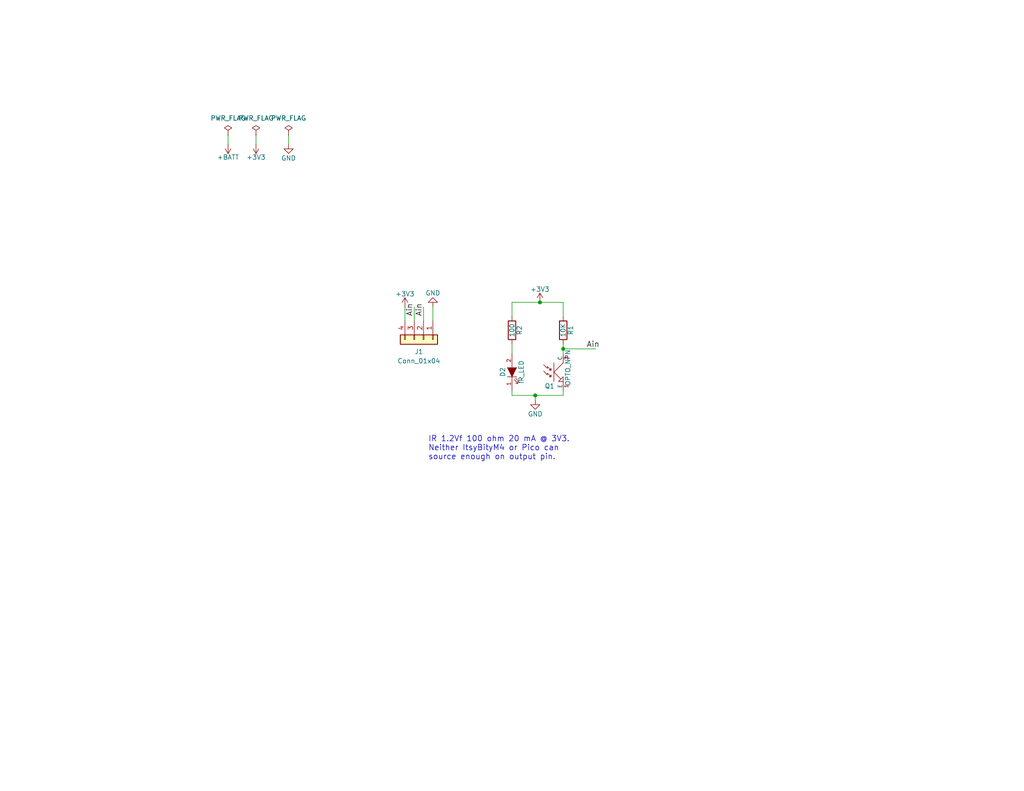
<source format=kicad_sch>
(kicad_sch (version 20211123) (generator eeschema)
  (paper "USLetter")
  (title_block (title "Breadboard IR") (date "2023-07-03") (rev "0.0") (company "www.MakersBox.us") (comment 1 "K. Olsen"))
  (lib_symbols
    (symbol "Connector_Generic:Conn_01x04" (pin_names (offset 1.016) hide)
      (property "Reference" "J" (at 0 5.08 0))
      (property "Value" "Conn_01x04" (at 0 -7.62 0))
      (symbol "Conn_01x04_1_1"
        (rectangle (start -1.27 -4.953) (end 0 -5.207) (stroke (width 0.1524)))
        (rectangle (start -1.27 -2.413) (end 0 -2.667) (stroke (width 0.1524)))
        (rectangle (start -1.27 0.127) (end 0 -0.127) (stroke (width 0.1524)))
        (rectangle (start -1.27 2.667) (end 0 2.413) (stroke (width 0.1524)))
        (rectangle (start -1.27 3.81) (end 1.27 -6.35) (stroke (width 0.254)) (fill (type background)))
        (pin passive line (at -5.08 2.54 0) (length 3.81) (name "Pin_1") (number "1"))
        (pin passive line (at -5.08 0 0) (length 3.81) (name "Pin_2") (number "2"))
        (pin passive line (at -5.08 -2.54 0) (length 3.81) (name "Pin_3") (number "3"))
        (pin passive line (at -5.08 -5.08 0) (length 3.81) (name "Pin_4") (number "4"))
      )
    )
    (symbol "project:+3.3V" (power) (pin_names (offset 0))
      (property "Value" "+3.3V" (at 0 3.556 0))
      (symbol "+3.3V_0_1"
        (polyline (pts (xy -0.762 1.27) (xy 0 2.54)))
        (polyline (pts (xy 0 0) (xy 0 2.54)))
        (polyline (pts (xy 0 2.54) (xy 0.762 1.27)))
      )
      (symbol "+3.3V_1_1"
        (pin power_in line (at 0 0 90) (length 0) hide (name "+3V3") (number "1"))
      )
    )
    (symbol "project:Device_R" (pin_numbers hide) (pin_names (offset 0))
      (property "Reference" "R" (at 2.032 0 90))
      (property "Value" "Device_R" (at 0 0 90))
      (symbol "Device_R_0_1"
        (rectangle (start -1.016 -2.54) (end 1.016 2.54) (stroke (width 0.254)))
      )
      (symbol "Device_R_1_1"
        (pin passive line (at 0 3.81 270) (length 1.27) (name "~") (number "1"))
        (pin passive line (at 0 -3.81 90) (length 1.27) (name "~") (number "2"))
      )
    )
    (symbol "project:base-rescue_LED-RESCUE-base" (pin_names (offset 1.016) hide)
      (property "Reference" "D" (at 0 2.54 0))
      (property "Value" "base-rescue_LED-RESCUE-base" (at 0 -2.54 0))
      (symbol "base-rescue_LED-RESCUE-base_0_1"
        (polyline (pts (xy -1.27 1.27) (xy -1.27 -1.27)))
        (polyline (pts (xy -2.032 -0.635) (xy -3.175 -1.651) (xy -3.048 -1.016)))
        (polyline (pts (xy -1.651 -1.016) (xy -2.794 -2.032) (xy -2.667 -1.397)))
        (polyline (pts (xy 1.27 1.27) (xy -1.27 0) (xy 1.27 -1.27)) (fill (type outline)))
      )
      (symbol "base-rescue_LED-RESCUE-base_1_1"
        (pin passive line (at -5.08 0 0) (length 3.81) (name "K") (number "1"))
        (pin passive line (at 5.08 0 180) (length 3.81) (name "A") (number "2"))
      )
    )
    (symbol "project:base-rescue_OPTO_NPN" (pin_names (offset 0))
      (property "Reference" "Q" (at 3.81 1.27 0))
      (property "Value" "base-rescue_OPTO_NPN" (at 3.81 -2.54 0))
      (symbol "base-rescue_OPTO_NPN_0_1"
        (polyline (pts (xy 0 0) (xy 1.905 -1.905)))
        (polyline (pts (xy 0 0) (xy 2.54 2.54)))
        (polyline (pts (xy 0 2.54) (xy 0 -2.54)))
        (polyline (pts (xy -0.762 -1.27) (xy -0.762 -0.762) (xy -1.27 -1.27) (xy -0.762 -1.27) (xy -0.762 -1.27)))
        (polyline (pts (xy 1.27 -2.54) (xy 2.54 -2.54) (xy 2.54 -1.27) (xy 1.27 -2.54) (xy 1.27 -2.54)))
        (polyline (pts (xy -2.794 0.254) (xy -1.778 -0.762) (xy -1.778 -0.254) (xy -0.762 -1.27) (xy -0.762 -1.27) (xy -0.762 -1.27)))
        (polyline (pts (xy -2.794 2.032) (xy -1.778 1.016) (xy -1.778 1.524) (xy -0.762 0.508) (xy -0.762 0.508) (xy -0.762 0.508)))
        (polyline (pts (xy -0.762 0.508) (xy -0.762 1.016) (xy -1.27 0.508) (xy -0.762 0.508) (xy -0.762 0.508) (xy -0.762 0.508)))
      )
      (symbol "base-rescue_OPTO_NPN_1_1"
        (pin passive line (at 2.54 -5.08 90) (length 2.54) (name "E") (number "1"))
        (pin passive line (at 2.54 5.08 270) (length 2.54) (name "C") (number "3"))
      )
    )
    (symbol "project:power_+BATT" (power) (pin_names (offset 0))
      (property "Value" "power_+BATT" (at 0 3.556 0))
      (symbol "power_+BATT_0_1"
        (polyline (pts (xy -0.762 1.27) (xy 0 2.54)))
        (polyline (pts (xy 0 0) (xy 0 2.54)))
        (polyline (pts (xy 0 2.54) (xy 0.762 1.27)))
      )
      (symbol "power_+BATT_1_1"
        (pin power_in line (at 0 0 90) (length 0) hide (name "+BATT") (number "1"))
      )
    )
    (symbol "project:power_GND" (power) (pin_names (offset 0))
      (property "Value" "power_GND" (at 0 -3.81 0))
      (symbol "power_GND_0_1"
        (polyline (pts (xy 0 0) (xy 0 -1.27) (xy 1.27 -1.27) (xy 0 -2.54) (xy -1.27 -1.27) (xy 0 -1.27)))
      )
      (symbol "power_GND_1_1"
        (pin power_in line (at 0 0 270) (length 0) hide (name "GND") (number "1"))
      )
    )
    (symbol "project:power_PWR_FLAG" (power) (pin_numbers hide) (pin_names (offset 0) hide)
      (property "Value" "power_PWR_FLAG" (at 0 3.81 0))
      (symbol "power_PWR_FLAG_0_0"
        (pin power_out line (at 0 0 90) (length 0) (name "pwr") (number "1"))
      )
      (symbol "power_PWR_FLAG_0_1"
        (polyline (pts (xy 0 0) (xy 0 1.27) (xy -1.016 1.905) (xy 0 2.54) (xy 1.016 1.905) (xy 0 1.27)))
      )
    )
  )
  (junction (at 147.32 82.55))
  (junction (at 146.05 107.95))
  (junction (at 153.67 95.25))
  (wire (pts (xy 139.7 107.95) (xy 146.05 107.95)))
  (wire (pts (xy 115.57 83.82) (xy 115.57 87.63)))
  (wire (pts (xy 139.7 86.36) (xy 139.7 82.55)))
  (wire (pts (xy 69.85 36.83) (xy 69.85 39.37)))
  (wire (pts (xy 153.67 82.55) (xy 153.67 86.36)))
  (wire (pts (xy 153.67 93.98) (xy 153.67 95.25)))
  (wire (pts (xy 139.7 96.52) (xy 139.7 93.98)))
  (wire (pts (xy 110.49 83.82) (xy 110.49 87.63)))
  (wire (pts (xy 153.67 106.68) (xy 153.67 107.95)))
  (wire (pts (xy 153.67 95.25) (xy 153.67 96.52)))
  (wire (pts (xy 139.7 106.68) (xy 139.7 107.95)))
  (wire (pts (xy 113.03 87.63) (xy 113.03 83.82)))
  (wire (pts (xy 146.05 107.95) (xy 146.05 109.22)))
  (wire (pts (xy 147.32 82.55) (xy 153.67 82.55)))
  (wire (pts (xy 78.74 36.83) (xy 78.74 39.37)))
  (wire (pts (xy 153.67 95.25) (xy 162.56 95.25)))
  (wire (pts (xy 62.23 36.83) (xy 62.23 39.37)))
  (wire (pts (xy 118.11 83.82) (xy 118.11 87.63)))
  (wire (pts (xy 153.67 107.95) (xy 146.05 107.95)))
  (wire (pts (xy 139.7 82.55) (xy 147.32 82.55)))
  (text "IR 1.2Vf 100 ohm 20 mA @ 3V3.\nNeither ItsyBityM4 or Pico can\nsource enough on output pin." (at 116.84 125.73 0) (effects (font (size 1.524 1.524)) (justify left bottom)))
  (label "Ain" (at 115.57 86.36 90) (effects (font (size 1.524 1.524))))
  (label "Ain" (at 160.02 95.25 0) (effects (font (size 1.524 1.524))))
  (label "Ain" (at 113.03 86.36 90) (effects (font (size 1.524 1.524))))
  (symbol (lib_id "project:power_PWR_FLAG") (at 62.23 36.83 0) (unit 1)
    (property "Reference" "#FLG01" (effects hide))
    (property "Value" "PWR_FLAG" (at 62.23 32.258 0))
  )
  (symbol (lib_id "project:power_PWR_FLAG") (at 78.74 36.83 0) (unit 1)
    (property "Reference" "#FLG02" (effects hide))
    (property "Value" "PWR_FLAG" (at 78.74 32.258 0))
  )
  (symbol (lib_id "project:power_GND") (at 78.74 39.37 0) (unit 1)
    (property "Reference" "#PWR03" (effects hide))
    (property "Value" "GND" (at 78.74 43.18 0))
  )
  (symbol (lib_id "project:power_+BATT") (at 62.23 39.37 180) (unit 1)
    (property "Reference" "#PWR04" (effects hide))
    (property "Value" "+BATT" (at 62.23 42.926 0))
  )
  (symbol (lib_id "project:base-rescue_OPTO_NPN") (at 151.13 101.6 0) (unit 1)
    (property "Reference" "Q1" (at 148.59 105.41 0) (effects (justify left)))
    (property "Value" "OPTO_NPN" (at 154.94 105.41 90) (effects (justify left)))
    (property "Footprint" "footprints:PHOTOTRANS-RA" (effects hide))
  )
  (symbol (lib_id "project:base-rescue_LED-RESCUE-base") (at 139.7 101.6 90) (unit 1)
    (property "Reference" "D2" (at 137.16 101.6 0))
    (property "Value" "IR_LED" (at 142.24 101.6 0))
    (property "Footprint" "footprints:LED-3MM_RA" (effects hide))
  )
  (symbol (lib_id "project:power_GND") (at 146.05 109.22 0) (unit 1)
    (property "Reference" "#PWR011" (effects hide))
    (property "Value" "GND" (at 146.05 113.03 0))
  )
  (symbol (lib_id "project:Device_R") (at 139.7 90.17 0) (unit 1)
    (property "Reference" "R2" (at 141.732 90.17 90))
    (property "Value" "100" (at 139.7 90.17 90))
    (property "Footprint" "footprints:Resistor_Horz" (effects hide))
  )
  (symbol (lib_id "project:Device_R") (at 153.67 90.17 0) (unit 1)
    (property "Reference" "R1" (at 155.702 90.17 90))
    (property "Value" "10K" (at 153.67 90.17 90))
    (property "Footprint" "footprints:Resistor_Horz" (effects hide))
  )
  (symbol (lib_id "project:power_PWR_FLAG") (at 69.85 36.83 0) (unit 1)
    (property "Reference" "#FLG012" (effects hide))
    (property "Value" "PWR_FLAG" (at 69.85 32.258 0))
  )
  (symbol (lib_id "project:+3.3V") (at 69.85 39.37 180) (unit 1)
    (property "Reference" "#PWR013" (effects hide))
    (property "Value" "+3.3V" (at 69.85 42.926 0))
  )
  (symbol (lib_id "Connector_Generic:Conn_01x04") (at 115.57 92.71 270) (unit 1)
    (property "Reference" "J1" (at 114.3 96.0104 90))
    (property "Value" "Conn_01x04" (at 114.3 98.5473 90))
    (property "Footprint" "Connector_PinHeader_2.54mm:PinHeader_1x04_P2.54mm_Vertical" (effects hide))
  )
  (symbol (lib_id "project:+3.3V") (at 110.49 83.82 0) (unit 1)
    (property "Reference" "#PWR0103" (effects hide))
    (property "Value" "+3.3V" (at 110.49 80.264 0))
  )
  (symbol (lib_id "project:+3.3V") (at 147.32 82.55 0) (unit 1)
    (property "Reference" "#PWR0102" (effects hide))
    (property "Value" "+3.3V" (at 147.32 78.994 0))
  )
  (symbol (lib_id "project:power_GND") (at 118.11 83.82 180) (unit 1)
    (property "Reference" "#PWR0101" (effects hide))
    (property "Value" "GND" (at 118.11 80.01 0))
  )
)
</source>
